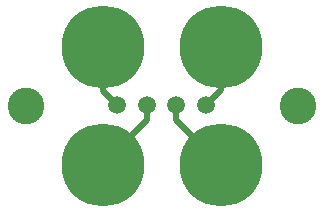
<source format=gbr>
G04 (created by PCBNEW (2013-may-18)-stable) date Ср 04 ноя 2015 01:25:08*
%MOIN*%
G04 Gerber Fmt 3.4, Leading zero omitted, Abs format*
%FSLAX34Y34*%
G01*
G70*
G90*
G04 APERTURE LIST*
%ADD10C,0.00393701*%
%ADD11C,0.275591*%
%ADD12C,0.122047*%
%ADD13C,0.0590551*%
%ADD14C,0.019685*%
G04 APERTURE END LIST*
G54D10*
G54D11*
X13501Y-12113D03*
X9564Y-12113D03*
X13501Y-8176D03*
X9564Y-8176D03*
G54D12*
X16060Y-10145D03*
X7005Y-10145D03*
G54D13*
X12992Y-10137D03*
X12007Y-10137D03*
X11023Y-10137D03*
X10039Y-10137D03*
G54D14*
X13501Y-8176D02*
X13501Y-9628D01*
X13501Y-9628D02*
X12992Y-10137D01*
X13491Y-12113D02*
X13501Y-12113D01*
X12007Y-10629D02*
X13491Y-12113D01*
X12007Y-10137D02*
X12007Y-10629D01*
X9564Y-12089D02*
X9564Y-12113D01*
X11023Y-10629D02*
X9564Y-12089D01*
X11023Y-10137D02*
X11023Y-10629D01*
X9564Y-8176D02*
X9564Y-9662D01*
X9564Y-9662D02*
X10039Y-10137D01*
M02*

</source>
